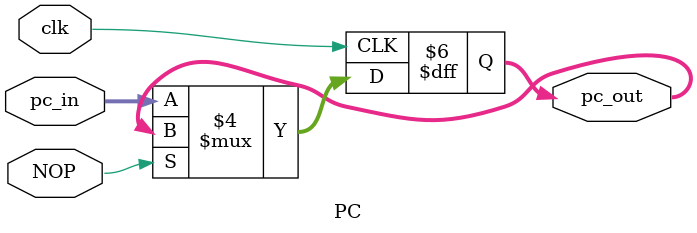
<source format=v>
module PC(
input clk,
input [31:0] pc_in,
input NOP,
output reg [31:0] pc_out
);

initial
begin
	pc_out=0;
end

always@(posedge clk)
begin
	if(NOP)
	begin
	pc_out <= pc_out;
	end
	else
	pc_out <= pc_in;
	
end
endmodule 
</source>
